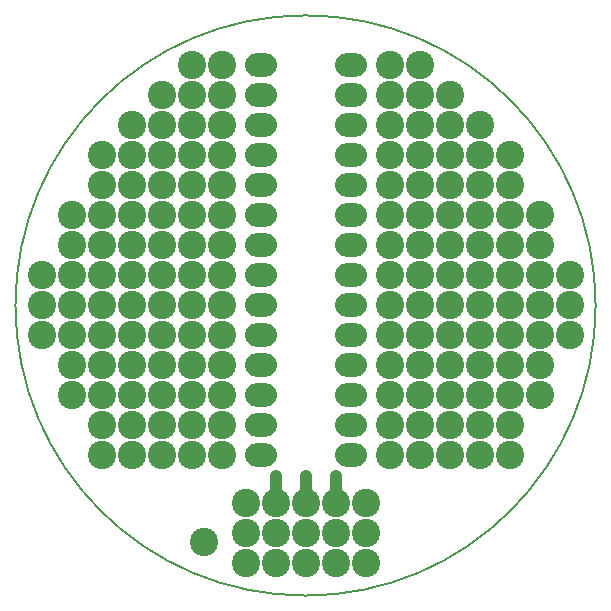
<source format=gbs>
G04 #@! TF.FileFunction,Soldermask,Bot*
%FSLAX46Y46*%
G04 Gerber Fmt 4.6, Leading zero omitted, Abs format (unit mm)*
G04 Created by KiCad (PCBNEW 4.0.2-4+6225~38~ubuntu15.10.1-stable) date So 13 Mär 2016 18:41:02 CET*
%MOMM*%
G01*
G04 APERTURE LIST*
%ADD10C,0.100000*%
%ADD11C,1.000000*%
%ADD12C,0.150000*%
%ADD13C,2.398980*%
%ADD14O,2.700000X2.000000*%
G04 APERTURE END LIST*
D10*
D11*
X151638000Y-138938000D02*
X151638000Y-137922000D01*
X149098000Y-138938000D02*
X149098000Y-137922000D01*
X146558000Y-138938000D02*
X146558000Y-137922000D01*
D12*
X173659800Y-123444000D02*
G75*
G03X173659800Y-123444000I-24561800J0D01*
G01*
D13*
X140462000Y-143510000D03*
X158750000Y-103124000D03*
X139446000Y-103124000D03*
X156210000Y-103124000D03*
X141986000Y-103124000D03*
X158750000Y-105664000D03*
X156210000Y-105664000D03*
X161290000Y-105664000D03*
X161290000Y-108204000D03*
X158750000Y-108204000D03*
X163830000Y-108204000D03*
X156210000Y-108204000D03*
X141986000Y-105664000D03*
X139446000Y-105664000D03*
X136906000Y-105664000D03*
X139446000Y-108204000D03*
X136906000Y-108204000D03*
X141986000Y-108204000D03*
X134366000Y-108204000D03*
X126746000Y-123444000D03*
X126746000Y-120904000D03*
X126746000Y-125984000D03*
X129286000Y-125984000D03*
X129286000Y-128524000D03*
X129286000Y-131064000D03*
X129286000Y-123444000D03*
X129286000Y-120904000D03*
X129286000Y-115824000D03*
X129286000Y-118364000D03*
X171450000Y-123444000D03*
X171450000Y-120904000D03*
X171450000Y-125984000D03*
X168910000Y-115824000D03*
X168910000Y-118364000D03*
X168910000Y-123444000D03*
X168910000Y-120904000D03*
X168910000Y-128524000D03*
X168910000Y-125984000D03*
X168910000Y-131064000D03*
X158750000Y-113284000D03*
X161290000Y-113284000D03*
X158750000Y-115824000D03*
X161290000Y-115824000D03*
X161290000Y-118364000D03*
X158750000Y-118364000D03*
X163830000Y-113284000D03*
X166370000Y-110744000D03*
X166370000Y-113284000D03*
X163830000Y-110744000D03*
X158750000Y-128524000D03*
X158750000Y-125984000D03*
X161290000Y-125984000D03*
X166370000Y-125984000D03*
X161290000Y-123444000D03*
X166370000Y-120904000D03*
X163830000Y-125984000D03*
X166370000Y-123444000D03*
X163830000Y-120904000D03*
X161290000Y-120904000D03*
X163830000Y-123444000D03*
X158750000Y-123444000D03*
X158750000Y-120904000D03*
X161290000Y-136144000D03*
X166370000Y-136144000D03*
X163830000Y-133604000D03*
X166370000Y-133604000D03*
X163830000Y-136144000D03*
X161290000Y-133604000D03*
X163830000Y-131064000D03*
X163830000Y-128524000D03*
X161290000Y-128524000D03*
X161290000Y-131064000D03*
X166370000Y-128524000D03*
X166370000Y-131064000D03*
X158750000Y-133604000D03*
X158750000Y-131064000D03*
X158750000Y-136144000D03*
X163830000Y-118364000D03*
X166370000Y-118364000D03*
X163830000Y-115824000D03*
X166370000Y-115824000D03*
X161290000Y-110744000D03*
X158750000Y-110744000D03*
X156210000Y-118364000D03*
X156210000Y-115824000D03*
X156210000Y-120904000D03*
X156210000Y-123444000D03*
X156210000Y-125984000D03*
X156210000Y-128524000D03*
X156210000Y-113284000D03*
X156210000Y-131064000D03*
X156210000Y-136144000D03*
X156210000Y-133604000D03*
X144018000Y-145288000D03*
X144018000Y-142748000D03*
X146558000Y-145288000D03*
X146558000Y-142748000D03*
X151638000Y-145288000D03*
X151638000Y-142748000D03*
X149098000Y-145288000D03*
X149098000Y-142748000D03*
X154178000Y-145288000D03*
X154178000Y-142748000D03*
X144018000Y-140208000D03*
X146558000Y-140208000D03*
X149098000Y-140208000D03*
X154178000Y-140208000D03*
X151638000Y-140208000D03*
X131826000Y-125984000D03*
X134366000Y-125984000D03*
X134366000Y-123444000D03*
X131826000Y-120904000D03*
X131826000Y-123444000D03*
X131826000Y-131064000D03*
X131826000Y-128524000D03*
X134366000Y-131064000D03*
X134366000Y-128524000D03*
X136906000Y-131064000D03*
X136906000Y-128524000D03*
X141986000Y-131064000D03*
X139446000Y-131064000D03*
X141986000Y-128524000D03*
X141986000Y-125984000D03*
X139446000Y-125984000D03*
X139446000Y-128524000D03*
X139446000Y-123444000D03*
X139446000Y-120904000D03*
X141986000Y-123444000D03*
X141986000Y-120904000D03*
X136906000Y-125984000D03*
X136906000Y-123444000D03*
X136906000Y-120904000D03*
X134366000Y-120904000D03*
X134366000Y-133604000D03*
X131826000Y-136144000D03*
X131826000Y-133604000D03*
X134366000Y-136144000D03*
X139446000Y-118364000D03*
X141986000Y-118364000D03*
X141986000Y-110744000D03*
X141986000Y-115824000D03*
X141986000Y-113284000D03*
X139446000Y-110744000D03*
X131826000Y-118364000D03*
X136906000Y-118364000D03*
X131826000Y-115824000D03*
X134366000Y-118364000D03*
X136906000Y-110744000D03*
X139446000Y-115824000D03*
X134366000Y-113284000D03*
X136906000Y-115824000D03*
X136906000Y-113284000D03*
X139446000Y-113284000D03*
X134366000Y-115824000D03*
X136906000Y-133604000D03*
X139446000Y-133604000D03*
X139446000Y-136144000D03*
X141986000Y-136144000D03*
X136906000Y-136144000D03*
X141986000Y-133604000D03*
X131826000Y-113284000D03*
X131826000Y-110744000D03*
X134366000Y-110744000D03*
X156210000Y-110744000D03*
D14*
X145288000Y-136144000D03*
X145288000Y-133604000D03*
X145288000Y-131064000D03*
X145288000Y-128524000D03*
X145288000Y-125984000D03*
X145288000Y-123444000D03*
X145288000Y-120904000D03*
X145288000Y-118364000D03*
X145288000Y-115824000D03*
X145288000Y-113284000D03*
X145288000Y-110744000D03*
X145288000Y-108204000D03*
X145288000Y-105664000D03*
X145288000Y-103124000D03*
X152908000Y-103124000D03*
X152908000Y-105664000D03*
X152908000Y-108204000D03*
X152908000Y-110744000D03*
X152908000Y-113284000D03*
X152908000Y-115824000D03*
X152908000Y-118364000D03*
X152908000Y-120904000D03*
X152908000Y-123444000D03*
X152908000Y-125984000D03*
X152908000Y-128524000D03*
X152908000Y-131064000D03*
X152908000Y-133604000D03*
X152908000Y-136144000D03*
M02*

</source>
